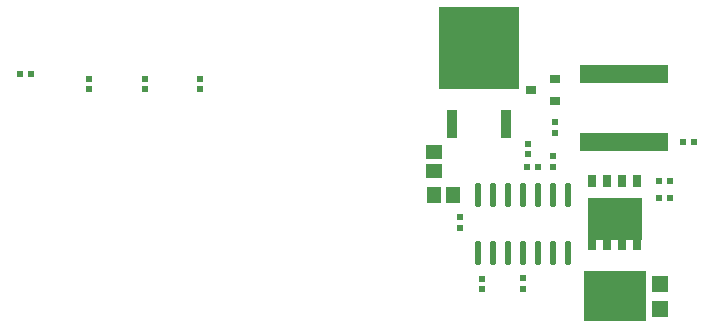
<source format=gtp>
G04*
G04 #@! TF.GenerationSoftware,Altium Limited,Altium Designer,19.0.6 (157)*
G04*
G04 Layer_Color=278392*
%FSLAX25Y25*%
%MOIN*%
G70*
G01*
G75*
%ADD15R,0.02200X0.02200*%
G04:AMPARAMS|DCode=16|XSize=78mil|YSize=22mil|CornerRadius=5.5mil|HoleSize=0mil|Usage=FLASHONLY|Rotation=90.000|XOffset=0mil|YOffset=0mil|HoleType=Round|Shape=RoundedRectangle|*
%AMROUNDEDRECTD16*
21,1,0.07800,0.01100,0,0,90.0*
21,1,0.06700,0.02200,0,0,90.0*
1,1,0.01100,0.00550,0.03350*
1,1,0.01100,0.00550,-0.03350*
1,1,0.01100,-0.00550,-0.03350*
1,1,0.01100,-0.00550,0.03350*
%
%ADD16ROUNDEDRECTD16*%
%ADD17R,0.02000X0.02200*%
%ADD18R,0.05700X0.05500*%
%ADD19R,0.20866X0.16500*%
%ADD20R,0.02200X0.02200*%
%ADD21R,0.02200X0.02000*%
%ADD22R,0.05140X0.05709*%
%ADD23R,0.05709X0.05140*%
%ADD24R,0.03700X0.09800*%
%ADD25R,0.26700X0.27300*%
%ADD26R,0.03150X0.03347*%
%ADD27R,0.03150X0.03937*%
%ADD28R,0.29300X0.06300*%
%ADD29R,0.03500X0.03100*%
%ADD30R,0.18110X0.14370*%
D15*
X106693Y238758D02*
D03*
Y235258D02*
D03*
X143701Y238758D02*
D03*
Y235258D02*
D03*
X230315Y189092D02*
D03*
Y192592D02*
D03*
X252756Y217104D02*
D03*
Y213604D02*
D03*
X125197Y238758D02*
D03*
Y235258D02*
D03*
X237441Y172008D02*
D03*
Y168508D02*
D03*
D16*
X236378Y180592D02*
D03*
X241378D02*
D03*
X246378D02*
D03*
X251378D02*
D03*
X256378D02*
D03*
X261378D02*
D03*
X266378D02*
D03*
Y199992D02*
D03*
X261378D02*
D03*
X256378D02*
D03*
X251378D02*
D03*
X246378D02*
D03*
X241378D02*
D03*
X236378D02*
D03*
D17*
X87283Y240158D02*
D03*
X83583D02*
D03*
X304449Y217642D02*
D03*
X308149D02*
D03*
X300275Y198819D02*
D03*
X296575D02*
D03*
X252678Y209142D02*
D03*
X256378D02*
D03*
D18*
X296765Y170276D02*
D03*
Y162008D02*
D03*
D19*
X281778Y166142D02*
D03*
D20*
X300175Y204770D02*
D03*
X296675D02*
D03*
D21*
X261828Y224342D02*
D03*
Y220642D02*
D03*
X261378Y212842D02*
D03*
Y209142D02*
D03*
X251378Y172342D02*
D03*
Y168642D02*
D03*
D22*
X227964Y199992D02*
D03*
X221642D02*
D03*
D23*
Y214184D02*
D03*
Y207863D02*
D03*
D24*
X227598Y223569D02*
D03*
X245630D02*
D03*
D25*
X236614Y248819D02*
D03*
D26*
X289378Y183215D02*
D03*
X284378D02*
D03*
X279378D02*
D03*
X274378D02*
D03*
D27*
Y204770D02*
D03*
X279378D02*
D03*
X284378D02*
D03*
X289378D02*
D03*
D28*
X284878Y217642D02*
D03*
Y240342D02*
D03*
D29*
X261828Y231292D02*
D03*
Y238692D02*
D03*
X253928Y234992D02*
D03*
D30*
X281878Y192073D02*
D03*
M02*

</source>
